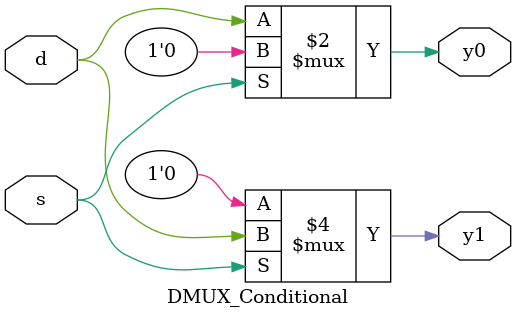
<source format=v>
`timescale 1ns / 1ps


module DMUX_Conditional(input d,s,output y0,y1);
assign y0=(s==0)?d:1'b0;
assign y1=(s==1)?d:1'b0;
endmodule

</source>
